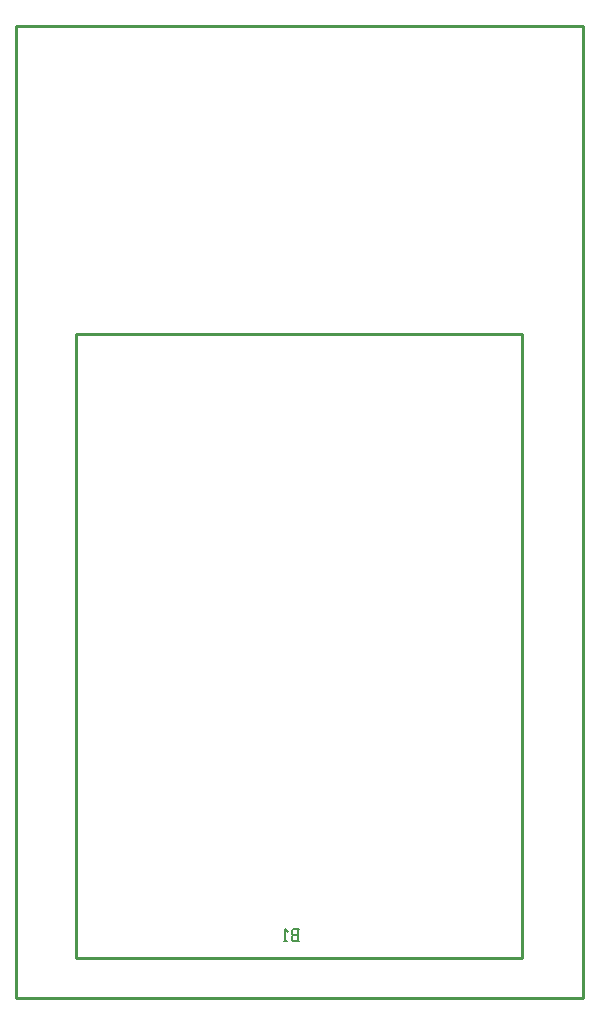
<source format=gbr>
G04 start of page 9 for group -4078 idx -4078 *
G04 Title: (unknown), bottomsilk *
G04 Creator: pcb 20140316 *
G04 CreationDate: Wed 08 Jun 2016 07:53:43 PM GMT UTC *
G04 For: ndholmes *
G04 Format: Gerber/RS-274X *
G04 PCB-Dimensions (mil): 1900.00 3250.00 *
G04 PCB-Coordinate-Origin: lower left *
%MOIN*%
%FSLAX25Y25*%
%LNBOTTOMSILK*%
%ADD68C,0.0080*%
%ADD67C,0.0100*%
G54D67*X500Y500D02*X189500D01*
Y324500D01*
X500D01*
Y500D01*
X20700Y13800D02*X169300D01*
X20700Y222000D02*Y13800D01*
X169300Y222000D02*Y13800D01*
X20700Y222000D02*X169300D01*
G54D68*X93000Y19500D02*X95000D01*
X93000D02*X92500Y20000D01*
Y21000D01*
X93000Y21500D02*X92500Y21000D01*
X93000Y21500D02*X94500D01*
Y19500D02*Y23500D01*
X93000D02*X95000D01*
X93000D02*X92500Y23000D01*
Y22000D02*Y23000D01*
X93000Y21500D02*X92500Y22000D01*
X89800Y19500D02*X90800D01*
X90300D02*Y23500D01*
X91300Y22500D02*X90300Y23500D01*
M02*

</source>
